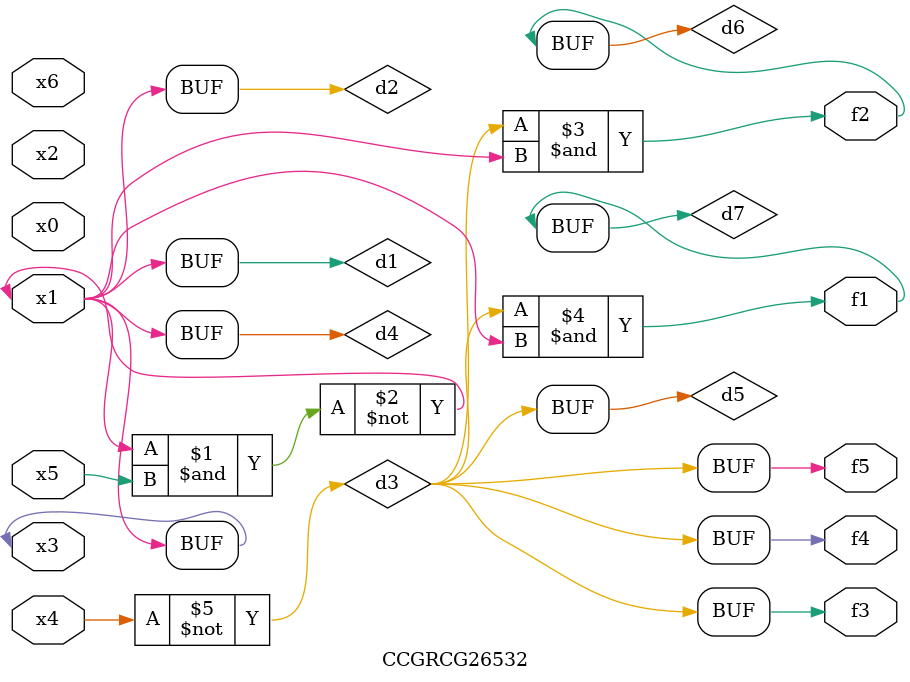
<source format=v>
module CCGRCG26532(
	input x0, x1, x2, x3, x4, x5, x6,
	output f1, f2, f3, f4, f5
);

	wire d1, d2, d3, d4, d5, d6, d7;

	buf (d1, x1, x3);
	nand (d2, x1, x5);
	not (d3, x4);
	buf (d4, d1, d2);
	buf (d5, d3);
	and (d6, d3, d4);
	and (d7, d3, d4);
	assign f1 = d7;
	assign f2 = d6;
	assign f3 = d5;
	assign f4 = d5;
	assign f5 = d5;
endmodule

</source>
